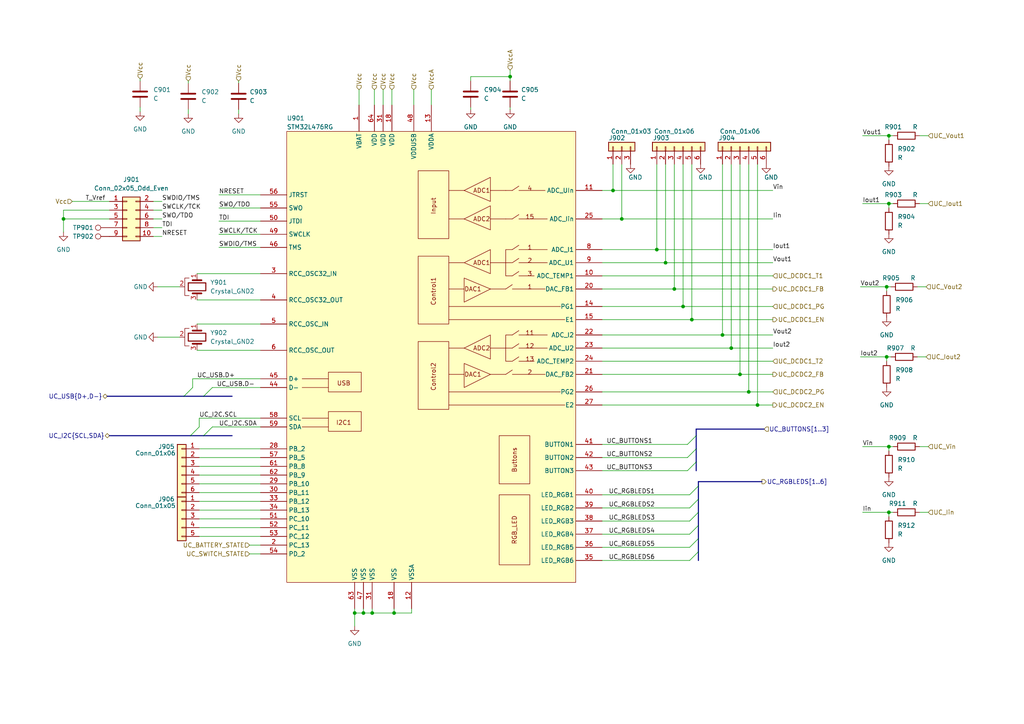
<source format=kicad_sch>
(kicad_sch (version 20211123) (generator eeschema)
  (paper "A4")
  (lib_symbols
    (symbol "Connector:TestPoint" (pin_numbers hide) (pin_names (offset 0.762) hide)
      (property "Reference" "TP" (at 0 6.858 0))
      (property "Value" "TestPoint" (at 0 5.08 0))
      (symbol "TestPoint_0_1"
        (circle (center 0 3.302) (radius 0.762))
      )
      (symbol "TestPoint_1_1"
        (pin passive line (at 0 0 90) (length 2.54) (name "1") (number "1"))
      )
    )
    (symbol "Connector_Generic:Conn_01x03" (pin_names (offset 1.016) hide)
      (property "Reference" "J" (at 0 5.08 0))
      (property "Value" "Conn_01x03" (at 0 -5.08 0))
      (symbol "Conn_01x03_1_1"
        (rectangle (start -1.27 -2.413) (end 0 -2.667) (stroke (width 0.1524)))
        (rectangle (start -1.27 0.127) (end 0 -0.127) (stroke (width 0.1524)))
        (rectangle (start -1.27 2.667) (end 0 2.413) (stroke (width 0.1524)))
        (rectangle (start -1.27 3.81) (end 1.27 -3.81) (stroke (width 0.254)) (fill (type background)))
        (pin passive line (at -5.08 2.54 0) (length 3.81) (name "Pin_1") (number "1"))
        (pin passive line (at -5.08 0 0) (length 3.81) (name "Pin_2") (number "2"))
        (pin passive line (at -5.08 -2.54 0) (length 3.81) (name "Pin_3") (number "3"))
      )
    )
    (symbol "Connector_Generic:Conn_01x05" (pin_names (offset 1.016) hide)
      (property "Reference" "J" (at 0 7.62 0))
      (property "Value" "Conn_01x05" (at 0 -7.62 0))
      (symbol "Conn_01x05_1_1"
        (rectangle (start -1.27 -4.953) (end 0 -5.207) (stroke (width 0.1524)))
        (rectangle (start -1.27 -2.413) (end 0 -2.667) (stroke (width 0.1524)))
        (rectangle (start -1.27 0.127) (end 0 -0.127) (stroke (width 0.1524)))
        (rectangle (start -1.27 2.667) (end 0 2.413) (stroke (width 0.1524)))
        (rectangle (start -1.27 5.207) (end 0 4.953) (stroke (width 0.1524)))
        (rectangle (start -1.27 6.35) (end 1.27 -6.35) (stroke (width 0.254)) (fill (type background)))
        (pin passive line (at -5.08 5.08 0) (length 3.81) (name "Pin_1") (number "1"))
        (pin passive line (at -5.08 2.54 0) (length 3.81) (name "Pin_2") (number "2"))
        (pin passive line (at -5.08 0 0) (length 3.81) (name "Pin_3") (number "3"))
        (pin passive line (at -5.08 -2.54 0) (length 3.81) (name "Pin_4") (number "4"))
        (pin passive line (at -5.08 -5.08 0) (length 3.81) (name "Pin_5") (number "5"))
      )
    )
    (symbol "Connector_Generic:Conn_01x06" (pin_names (offset 1.016) hide)
      (property "Reference" "J" (at 0 7.62 0))
      (property "Value" "Conn_01x06" (at 0 -10.16 0))
      (symbol "Conn_01x06_1_1"
        (rectangle (start -1.27 -7.493) (end 0 -7.747) (stroke (width 0.1524)))
        (rectangle (start -1.27 -4.953) (end 0 -5.207) (stroke (width 0.1524)))
        (rectangle (start -1.27 -2.413) (end 0 -2.667) (stroke (width 0.1524)))
        (rectangle (start -1.27 0.127) (end 0 -0.127) (stroke (width 0.1524)))
        (rectangle (start -1.27 2.667) (end 0 2.413) (stroke (width 0.1524)))
        (rectangle (start -1.27 5.207) (end 0 4.953) (stroke (width 0.1524)))
        (rectangle (start -1.27 6.35) (end 1.27 -8.89) (stroke (width 0.254)) (fill (type background)))
        (pin passive line (at -5.08 5.08 0) (length 3.81) (name "Pin_1") (number "1"))
        (pin passive line (at -5.08 2.54 0) (length 3.81) (name "Pin_2") (number "2"))
        (pin passive line (at -5.08 0 0) (length 3.81) (name "Pin_3") (number "3"))
        (pin passive line (at -5.08 -2.54 0) (length 3.81) (name "Pin_4") (number "4"))
        (pin passive line (at -5.08 -5.08 0) (length 3.81) (name "Pin_5") (number "5"))
        (pin passive line (at -5.08 -7.62 0) (length 3.81) (name "Pin_6") (number "6"))
      )
    )
    (symbol "Connector_Generic:Conn_02x05_Odd_Even" (pin_names (offset 1.016) hide)
      (property "Reference" "J" (at 1.27 7.62 0))
      (property "Value" "Conn_02x05_Odd_Even" (at 1.27 -7.62 0))
      (symbol "Conn_02x05_Odd_Even_1_1"
        (rectangle (start -1.27 -4.953) (end 0 -5.207) (stroke (width 0.1524)))
        (rectangle (start -1.27 -2.413) (end 0 -2.667) (stroke (width 0.1524)))
        (rectangle (start -1.27 0.127) (end 0 -0.127) (stroke (width 0.1524)))
        (rectangle (start -1.27 2.667) (end 0 2.413) (stroke (width 0.1524)))
        (rectangle (start -1.27 5.207) (end 0 4.953) (stroke (width 0.1524)))
        (rectangle (start -1.27 6.35) (end 3.81 -6.35) (stroke (width 0.254)) (fill (type background)))
        (rectangle (start 3.81 -4.953) (end 2.54 -5.207) (stroke (width 0.1524)))
        (rectangle (start 3.81 -2.413) (end 2.54 -2.667) (stroke (width 0.1524)))
        (rectangle (start 3.81 0.127) (end 2.54 -0.127) (stroke (width 0.1524)))
        (rectangle (start 3.81 2.667) (end 2.54 2.413) (stroke (width 0.1524)))
        (rectangle (start 3.81 5.207) (end 2.54 4.953) (stroke (width 0.1524)))
        (pin passive line (at -5.08 5.08 0) (length 3.81) (name "Pin_1") (number "1"))
        (pin passive line (at 7.62 -5.08 180) (length 3.81) (name "Pin_10") (number "10"))
        (pin passive line (at 7.62 5.08 180) (length 3.81) (name "Pin_2") (number "2"))
        (pin passive line (at -5.08 2.54 0) (length 3.81) (name "Pin_3") (number "3"))
        (pin passive line (at 7.62 2.54 180) (length 3.81) (name "Pin_4") (number "4"))
        (pin passive line (at -5.08 0 0) (length 3.81) (name "Pin_5") (number "5"))
        (pin passive line (at 7.62 0 180) (length 3.81) (name "Pin_6") (number "6"))
        (pin passive line (at -5.08 -2.54 0) (length 3.81) (name "Pin_7") (number "7"))
        (pin passive line (at 7.62 -2.54 180) (length 3.81) (name "Pin_8") (number "8"))
        (pin passive line (at -5.08 -5.08 0) (length 3.81) (name "Pin_9") (number "9"))
      )
    )
    (symbol "Device:C" (pin_numbers hide) (pin_names (offset 0.254))
      (property "Reference" "C" (at 0.635 2.54 0))
      (property "Value" "C" (at 0.635 -2.54 0))
      (symbol "C_0_1"
        (polyline (pts (xy -2.032 -0.762) (xy 2.032 -0.762)) (stroke (width 0.508)))
        (polyline (pts (xy -2.032 0.762) (xy 2.032 0.762)) (stroke (width 0.508)))
      )
      (symbol "C_1_1"
        (pin passive line (at 0 3.81 270) (length 2.794) (name "~") (number "1"))
        (pin passive line (at 0 -3.81 90) (length 2.794) (name "~") (number "2"))
      )
    )
    (symbol "Device:Crystal_GND2" (pin_names (offset 1.016) hide)
      (property "Reference" "Y" (at 0 5.715 0))
      (property "Value" "Crystal_GND2" (at 0 3.81 0))
      (symbol "Crystal_GND2_0_1"
        (rectangle (start -1.143 2.54) (end 1.143 -2.54) (stroke (width 0.3048)))
        (polyline (pts (xy -2.54 0) (xy -1.905 0)))
        (polyline (pts (xy -1.905 -1.27) (xy -1.905 1.27)) (stroke (width 0.508)))
        (polyline (pts (xy 0 -3.81) (xy 0 -3.556)))
        (polyline (pts (xy 1.905 0) (xy 2.54 0)))
        (polyline (pts (xy 1.905 1.27) (xy 1.905 -1.27)) (stroke (width 0.508)))
        (polyline (pts (xy -2.54 -2.286) (xy -2.54 -3.556) (xy 2.54 -3.556) (xy 2.54 -2.286)))
      )
      (symbol "Crystal_GND2_1_1"
        (pin passive line (at -3.81 0 0) (length 1.27) (name "1") (number "1"))
        (pin passive line (at 0 -5.08 90) (length 1.27) (name "2") (number "2"))
        (pin passive line (at 3.81 0 180) (length 1.27) (name "3") (number "3"))
      )
    )
    (symbol "Device:R" (pin_numbers hide) (pin_names (offset 0))
      (property "Reference" "R" (at 2.032 0 90))
      (property "Value" "R" (at 0 0 90))
      (symbol "R_0_1"
        (rectangle (start -1.016 -2.54) (end 1.016 2.54) (stroke (width 0.254)))
      )
      (symbol "R_1_1"
        (pin passive line (at 0 3.81 270) (length 1.27) (name "~") (number "1"))
        (pin passive line (at 0 -3.81 90) (length 1.27) (name "~") (number "2"))
      )
    )
    (symbol "lamp_devboard_lib:STM32L476RG"
      (property "Reference" "U" (at -57.15 88.265 0))
      (property "Value" "STM32L476RG" (at -51.435 85.725 0))
      (symbol "STM32L476RG_0_0"
        (rectangle (start -45.72 3.175) (end -36.195 -2.54))
        (rectangle (start -45.72 14.605) (end -36.195 8.89))
        (rectangle (start -10.795 23.495) (end -19.685 3.81))
        (rectangle (start -10.795 48.26) (end -19.685 28.575))
        (rectangle (start -10.795 73.025) (end -19.685 53.34))
        (polyline (pts (xy -53.34 -1.27) (xy -45.72 -1.27)))
        (polyline (pts (xy -53.34 1.27) (xy -45.72 1.27)))
        (polyline (pts (xy -53.34 10.16) (xy -45.72 10.16)))
        (polyline (pts (xy -53.34 12.7) (xy -45.72 12.7)))
        (polyline (pts (xy -6.35 13.97) (xy -10.795 13.97)))
        (polyline (pts (xy -6.35 21.59) (xy -10.795 21.59)))
        (polyline (pts (xy -6.35 38.735) (xy -10.795 38.735)))
        (polyline (pts (xy -6.35 46.355) (xy -10.795 46.355)))
        (polyline (pts (xy -6.35 59.055) (xy -10.795 59.055)))
        (polyline (pts (xy -6.35 67.31) (xy -10.795 67.31)))
        (polyline (pts (xy 5.715 13.97) (xy 1.27 13.97)))
        (polyline (pts (xy 5.715 38.735) (xy 1.27 38.735)))
        (rectangle (start 3.81 -20.955) (end 12.7 -41.275))
        (rectangle (start 3.81 -3.81) (end 12.7 -17.78))
        (text "1" (at 12.7 39.37 0) (effects (font (size 1.27 1.27))))
        (text "1" (at 12.7 50.8 0) (effects (font (size 1.27 1.27))))
        (text "11" (at 12.7 26.035 0) (effects (font (size 1.27 1.27))))
        (text "12" (at 12.7 22.225 0) (effects (font (size 1.27 1.27))))
        (text "13" (at 12.7 18.415 0) (effects (font (size 1.27 1.27))))
        (text "15" (at 12.7 59.69 0) (effects (font (size 1.27 1.27))))
        (text "2" (at 12.7 14.605 0) (effects (font (size 1.27 1.27))))
        (text "2" (at 12.7 46.99 0) (effects (font (size 1.27 1.27))))
        (text "3" (at 12.7 43.18 0) (effects (font (size 1.27 1.27))))
        (text "4" (at 12.7 67.945 0) (effects (font (size 1.27 1.27))))
        (text "ADC1" (at -1.27 46.355 0) (effects (font (size 1.27 1.27))))
        (text "ADC1" (at -1.27 67.31 0) (effects (font (size 1.27 1.27))))
        (text "ADC2" (at -1.27 21.59 0) (effects (font (size 1.27 1.27))))
        (text "ADC2" (at -1.27 59.055 0) (effects (font (size 1.27 1.27))))
        (text "Buttons" (at 8.255 -10.795 900) (effects (font (size 1.27 1.27))))
        (text "Control1" (at -15.24 38.1 900) (effects (font (size 1.27 1.27))))
        (text "Control2" (at -15.24 13.335 900) (effects (font (size 1.27 1.27))))
        (text "DAC1" (at -3.81 13.97 0) (effects (font (size 1.27 1.27))))
        (text "DAC1" (at -3.81 38.735 0) (effects (font (size 1.27 1.27))))
        (text "I2C1" (at -41.275 0 0) (effects (font (size 1.27 1.27))))
        (text "Input" (at -15.24 62.865 900) (effects (font (size 1.27 1.27))))
        (text "RGB_LED" (at 8.255 -31.115 900) (effects (font (size 1.27 1.27))))
        (text "USB" (at -41.275 11.43 0) (effects (font (size 1.27 1.27))))
      )
      (symbol "STM32L476RG_0_1"
        (polyline (pts (xy 5.715 21.59) (xy 1.27 21.59)))
        (polyline (pts (xy 5.715 46.355) (xy 1.27 46.355)))
        (polyline (pts (xy 5.715 59.055) (xy 1.27 59.055)))
        (polyline (pts (xy 5.715 67.31) (xy 1.27 67.31)))
        (polyline (pts (xy 7.62 15.24) (xy 5.715 13.97)))
        (polyline (pts (xy 7.62 40.005) (xy 5.715 38.735)))
        (polyline (pts (xy 9.525 19.05) (xy 7.62 17.78)))
        (polyline (pts (xy 9.525 22.86) (xy 7.62 21.59)))
        (polyline (pts (xy 9.525 26.67) (xy 7.62 25.4)))
        (polyline (pts (xy 9.525 43.815) (xy 7.62 42.545)))
        (polyline (pts (xy 9.525 47.625) (xy 7.62 46.355)))
        (polyline (pts (xy 9.525 51.435) (xy 7.62 50.165)))
        (polyline (pts (xy 9.525 60.325) (xy 7.62 59.055)))
        (polyline (pts (xy 9.525 68.58) (xy 7.62 67.31)))
        (polyline (pts (xy 13.97 17.78) (xy 9.525 17.78)))
        (polyline (pts (xy 13.97 42.545) (xy 9.525 42.545)))
        (polyline (pts (xy 17.145 13.97) (xy 7.62 13.97)))
        (polyline (pts (xy 17.145 38.735) (xy 7.62 38.735)))
        (polyline (pts (xy 17.145 67.31) (xy 9.525 67.31)))
        (polyline (pts (xy 17.78 21.59) (xy 9.525 21.59)))
        (polyline (pts (xy 17.78 25.4) (xy 9.525 25.4)))
        (polyline (pts (xy 17.78 46.355) (xy 9.525 46.355)))
        (polyline (pts (xy 17.78 50.165) (xy 9.525 50.165)))
        (polyline (pts (xy 17.78 59.055) (xy 9.525 59.055)))
        (polyline (pts (xy 21.59 8.89) (xy -10.795 8.89)))
        (polyline (pts (xy 21.59 33.655) (xy -10.795 33.655)))
        (polyline (pts (xy 22.86 5.08) (xy -10.795 5.08)))
        (polyline (pts (xy 22.86 29.845) (xy -10.795 29.845)))
        (polyline (pts (xy -6.35 13.97) (xy -6.35 10.16) (xy 1.27 13.97)))
        (polyline (pts (xy -6.35 13.97) (xy -6.35 17.145) (xy 1.27 13.97)))
        (polyline (pts (xy -6.35 38.735) (xy -6.35 34.925) (xy 1.27 38.735)))
        (polyline (pts (xy -6.35 38.735) (xy -6.35 41.91) (xy 1.27 38.735)))
        (polyline (pts (xy 1.27 21.59) (xy 1.27 18.415) (xy -6.35 21.59)))
        (polyline (pts (xy 1.27 21.59) (xy 1.27 25.4) (xy -6.35 21.59)))
        (polyline (pts (xy 1.27 46.355) (xy 1.27 43.18) (xy -6.35 46.355)))
        (polyline (pts (xy 1.27 46.355) (xy 1.27 50.165) (xy -6.35 46.355)))
        (polyline (pts (xy 1.27 59.055) (xy 1.27 55.88) (xy -6.35 59.055)))
        (polyline (pts (xy 1.27 59.055) (xy 1.27 62.865) (xy -6.35 59.055)))
        (polyline (pts (xy 1.27 67.31) (xy 1.27 64.135) (xy -6.35 67.31)))
        (polyline (pts (xy 1.27 67.31) (xy 1.27 71.12) (xy -6.35 67.31)))
        (polyline (pts (xy 7.62 17.78) (xy 5.715 17.78) (xy 5.715 17.78)))
        (polyline (pts (xy 7.62 21.59) (xy 5.715 21.59) (xy 5.715 17.78)))
        (polyline (pts (xy 7.62 25.4) (xy 5.715 25.4) (xy 5.715 21.59)))
        (polyline (pts (xy 7.62 42.545) (xy 5.715 42.545) (xy 5.715 42.545)))
        (polyline (pts (xy 7.62 46.355) (xy 5.715 46.355) (xy 5.715 42.545)))
        (polyline (pts (xy 7.62 50.165) (xy 5.715 50.165) (xy 5.715 46.355)))
        (polyline (pts (xy 7.62 59.055) (xy 5.715 59.055) (xy 5.715 59.055)))
        (polyline (pts (xy 7.62 67.31) (xy 5.715 67.31) (xy 5.715 67.31)))
      )
      (symbol "STM32L476RG_1_1"
        (rectangle (start -57.785 84.455) (end 26.035 -46.355) (fill (type background)))
        (pin power_in line (at -36.83 92.075 270) (length 7.62) (name "VBAT") (number "1"))
        (pin input line (at 33.655 42.545 180) (length 7.62) (name "ADC_TEMP1") (number "10"))
        (pin input line (at 33.655 67.31 180) (length 7.62) (name "ADC_UIn") (number "11"))
        (pin power_in line (at -21.59 -53.975 90) (length 7.62) (name "VSSA") (number "12"))
        (pin power_in line (at -15.875 92.075 270) (length 7.62) (name "VDDA") (number "13"))
        (pin input line (at 33.655 33.655 180) (length 7.62) (name "PG1") (number "14"))
        (pin output line (at 33.655 29.845 180) (length 7.62) (name "E1") (number "15"))
        (pin power_in line (at -27.305 92.075 270) (length 7.62) (name "VDD") (number "18"))
        (pin power_in line (at -26.67 -53.975 90) (length 7.62) (name "VSS") (number "18"))
        (pin bidirectional line (at -65.405 -35.56 0) (length 7.62) (name "PC_13") (number "2"))
        (pin output line (at 33.655 38.735 180) (length 7.62) (name "DAC_FB1") (number "20"))
        (pin output line (at 33.655 13.97 180) (length 7.62) (name "DAC_FB2") (number "21"))
        (pin input line (at 33.655 25.4 180) (length 7.62) (name "ADC_I2") (number "22"))
        (pin input line (at 33.655 21.59 180) (length 7.62) (name "ADC_U2") (number "23"))
        (pin input line (at 33.655 17.78 180) (length 7.62) (name "ADC_TEMP2") (number "24"))
        (pin input line (at 33.655 59.055 180) (length 7.62) (name "ADC_Iin") (number "25"))
        (pin input line (at 33.655 8.89 180) (length 7.62) (name "PG2") (number "26"))
        (pin output line (at 33.655 5.08 180) (length 7.62) (name "E2") (number "27"))
        (pin bidirectional line (at -65.405 -7.62 0) (length 7.62) (name "PB_2") (number "28"))
        (pin bidirectional line (at -65.405 -17.78 0) (length 7.62) (name "PB_10") (number "29"))
        (pin bidirectional line (at -65.405 43.18 0) (length 7.62) (name "RCC_OSC32_IN") (number "3"))
        (pin bidirectional line (at -65.405 -20.32 0) (length 7.62) (name "PB_11") (number "30"))
        (pin power_in line (at -29.845 92.075 270) (length 7.62) (name "VDD") (number "31"))
        (pin power_in line (at -33.02 -53.975 90) (length 7.62) (name "VSS") (number "31"))
        (pin bidirectional line (at -65.405 -22.86 0) (length 7.62) (name "PB_12") (number "33"))
        (pin bidirectional line (at -65.405 -25.4 0) (length 7.62) (name "PB_13") (number "34"))
        (pin output line (at 33.655 -40.005 180) (length 7.62) (name "LED_RGB6") (number "35"))
        (pin output line (at 33.655 -36.195 180) (length 7.62) (name "LED_RGB5") (number "36"))
        (pin output line (at 33.655 -32.385 180) (length 7.62) (name "LED_RGB4") (number "37"))
        (pin output line (at 33.655 -28.575 180) (length 7.62) (name "LED_RGB3") (number "38"))
        (pin output line (at 33.655 -24.765 180) (length 7.62) (name "LED_RGB2") (number "39"))
        (pin bidirectional line (at -65.405 35.56 0) (length 7.62) (name "RCC_OSC32_OUT") (number "4"))
        (pin output line (at 33.655 -20.955 180) (length 7.62) (name "LED_RGB1") (number "40"))
        (pin input line (at 33.655 -6.35 180) (length 7.62) (name "BUTTON1") (number "41"))
        (pin input line (at 33.655 -10.16 180) (length 7.62) (name "BUTTON2") (number "42"))
        (pin input line (at 33.655 -13.97 180) (length 7.62) (name "BUTTON3") (number "43"))
        (pin bidirectional line (at -65.405 10.16 0) (length 7.62) (name "D-") (number "44"))
        (pin bidirectional line (at -65.405 12.7 0) (length 7.62) (name "D+") (number "45"))
        (pin bidirectional line (at -65.405 50.8 0) (length 7.62) (name "TMS") (number "46"))
        (pin power_in line (at -35.56 -53.975 90) (length 7.62) (name "VSS") (number "47"))
        (pin power_in line (at -20.955 92.075 270) (length 7.62) (name "VDDUSB") (number "48"))
        (pin bidirectional line (at -65.405 54.61 0) (length 7.62) (name "SWCLK") (number "49"))
        (pin bidirectional line (at -65.405 28.575 0) (length 7.62) (name "RCC_OSC_IN") (number "5"))
        (pin bidirectional line (at -65.405 58.42 0) (length 7.62) (name "JTDI") (number "50"))
        (pin bidirectional line (at -65.405 -27.94 0) (length 7.62) (name "PC_10") (number "51"))
        (pin bidirectional line (at -65.405 -30.48 0) (length 7.62) (name "PC_11") (number "52"))
        (pin bidirectional line (at -65.405 -33.02 0) (length 7.62) (name "PC_12") (number "53"))
        (pin bidirectional line (at -65.405 -38.1 0) (length 7.62) (name "PD_2") (number "54"))
        (pin bidirectional line (at -65.405 62.23 0) (length 7.62) (name "SWO") (number "55"))
        (pin bidirectional line (at -65.405 66.04 0) (length 7.62) (name "JTRST") (number "56"))
        (pin bidirectional line (at -65.405 -10.16 0) (length 7.62) (name "PB_5") (number "57"))
        (pin bidirectional line (at -65.405 1.27 0) (length 7.62) (name "SCL") (number "58"))
        (pin bidirectional line (at -65.405 -1.27 0) (length 7.62) (name "SDA") (number "59"))
        (pin bidirectional line (at -65.405 20.955 0) (length 7.62) (name "RCC_OSC_OUT") (number "6"))
        (pin bidirectional line (at -65.405 -12.7 0) (length 7.62) (name "PB_8") (number "61"))
        (pin bidirectional line (at -65.405 -15.24 0) (length 7.62) (name "PB_9") (number "62"))
        (pin power_in line (at -38.1 -53.975 90) (length 7.62) (name "VSS") (number "63"))
        (pin power_in line (at -32.385 92.075 270) (length 7.62) (name "VDD") (number "64"))
        (pin input line (at 33.655 50.165 180) (length 7.62) (name "ADC_I1") (number "8"))
        (pin input line (at 33.655 46.355 180) (length 7.62) (name "ADC_U1") (number "9"))
      )
    )
    (symbol "power:GND" (power) (pin_names (offset 0))
      (property "Value" "GND" (at 0 -3.81 0))
      (symbol "GND_0_1"
        (polyline (pts (xy 0 0) (xy 0 -1.27) (xy 1.27 -1.27) (xy 0 -2.54) (xy -1.27 -1.27) (xy 0 -1.27)))
      )
      (symbol "GND_1_1"
        (pin power_in line (at 0 0 270) (length 0) hide (name "GND") (number "1"))
      )
    )
  )
  (bus_alias "BUTTONS" (members "BUTTONS1" "BUTTONS2" "BUTTONS3"))
  (bus_alias "LED_RGBS" (members "LED_RGBS1" "LED_RGBS2" "LED_RGBS3" "LED_RGBS4" "LED_RGBS5" "LED_RGBS6"))
  (junction (at 257.175 83.185))
  (junction (at 193.04 76.2))
  (junction (at 214.63 108.585))
  (junction (at 200.66 92.71))
  (junction (at 114.3 177.8))
  (junction (at 105.41 177.8))
  (junction (at 257.81 129.54))
  (junction (at 257.81 59.055))
  (junction (at 217.17 113.665))
  (junction (at 198.12 88.9))
  (junction (at 257.81 39.37))
  (junction (at 107.95 177.8))
  (junction (at 209.55 97.155))
  (junction (at 180.34 63.5))
  (junction (at 18.415 63.5))
  (junction (at 257.175 103.505))
  (junction (at 102.87 177.8))
  (junction (at 195.58 83.82))
  (junction (at 219.71 117.475))
  (junction (at 212.09 100.965))
  (junction (at 177.8 55.245))
  (junction (at 257.81 148.59))
  (junction (at 147.955 22.225))
  (junction (at 190.5 72.39))
  (bus_entry (at 202.565 148.59) (size -2.54 2.54))
  (bus_entry (at 59.055 126.365) (size 2.54 -2.54))
  (bus_entry (at 201.93 126.365) (size -2.54 2.54))
  (bus_entry (at 202.565 156.21) (size -2.54 2.54))
  (bus_entry (at 201.93 133.985) (size -2.54 2.54))
  (bus_entry (at 201.93 130.175) (size -2.54 2.54))
  (bus_entry (at 55.245 126.365) (size 2.54 -2.54))
  (bus_entry (at 53.34 114.935) (size 2.54 -2.54))
  (bus_entry (at 202.565 152.4) (size -2.54 2.54))
  (bus_entry (at 202.565 144.78) (size -2.54 2.54))
  (bus_entry (at 202.565 140.97) (size -2.54 2.54))
  (bus_entry (at 59.055 114.935) (size 2.54 -2.54))
  (bus_entry (at 202.565 160.02) (size -2.54 2.54))
  (wire (pts (xy 259.08 129.54) (xy 257.81 129.54)))
  (wire (pts (xy 102.87 177.8) (xy 105.41 177.8)))
  (wire (pts (xy 249.555 103.505) (xy 257.175 103.505)))
  (wire (pts (xy 257.81 39.37) (xy 257.81 40.64)))
  (bus (pts (xy 201.93 126.365) (xy 201.93 124.46)))
  (wire (pts (xy 174.625 151.13) (xy 200.025 151.13)))
  (wire (pts (xy 57.15 86.995) (xy 75.565 86.995)))
  (wire (pts (xy 18.415 60.96) (xy 31.75 60.96)))
  (wire (pts (xy 44.45 58.42) (xy 46.99 58.42)))
  (wire (pts (xy 217.17 113.665) (xy 224.155 113.665)))
  (bus (pts (xy 201.93 124.46) (xy 221.615 124.46)))
  (wire (pts (xy 195.58 47.625) (xy 195.58 83.82)))
  (wire (pts (xy 63.5 71.755) (xy 75.565 71.755)))
  (wire (pts (xy 63.5 56.515) (xy 75.565 56.515)))
  (wire (pts (xy 174.625 143.51) (xy 200.025 143.51)))
  (wire (pts (xy 44.45 68.58) (xy 46.99 68.58)))
  (wire (pts (xy 57.785 121.285) (xy 75.565 121.285)))
  (wire (pts (xy 174.625 154.94) (xy 200.025 154.94)))
  (bus (pts (xy 202.565 140.97) (xy 202.565 139.7)))
  (wire (pts (xy 200.66 92.71) (xy 224.155 92.71)))
  (wire (pts (xy 174.625 162.56) (xy 200.025 162.56)))
  (wire (pts (xy 107.95 177.8) (xy 114.3 177.8)))
  (wire (pts (xy 147.955 22.225) (xy 147.955 23.495)))
  (wire (pts (xy 69.215 23.495) (xy 69.215 24.13)))
  (wire (pts (xy 57.785 140.335) (xy 75.565 140.335)))
  (wire (pts (xy 61.595 123.825) (xy 75.565 123.825)))
  (wire (pts (xy 174.625 92.71) (xy 200.66 92.71)))
  (bus (pts (xy 59.055 114.935) (xy 67.31 114.935)))
  (wire (pts (xy 102.87 177.8) (xy 102.87 176.53)))
  (wire (pts (xy 57.785 155.575) (xy 75.565 155.575)))
  (wire (pts (xy 174.625 80.01) (xy 224.155 80.01)))
  (wire (pts (xy 250.19 39.37) (xy 257.81 39.37)))
  (wire (pts (xy 108.585 26.035) (xy 108.585 30.48)))
  (wire (pts (xy 57.785 150.495) (xy 75.565 150.495)))
  (wire (pts (xy 266.7 148.59) (xy 269.24 148.59)))
  (bus (pts (xy 53.34 114.935) (xy 59.055 114.935)))
  (wire (pts (xy 147.955 20.32) (xy 147.955 22.225)))
  (bus (pts (xy 55.245 126.365) (xy 31.75 126.365)))
  (wire (pts (xy 174.625 104.775) (xy 224.155 104.775)))
  (wire (pts (xy 190.5 47.625) (xy 190.5 72.39)))
  (wire (pts (xy 72.39 158.115) (xy 75.565 158.115)))
  (wire (pts (xy 147.955 31.115) (xy 147.955 31.75)))
  (bus (pts (xy 55.245 126.365) (xy 59.055 126.365)))
  (wire (pts (xy 20.955 58.42) (xy 31.75 58.42)))
  (wire (pts (xy 72.39 160.655) (xy 75.565 160.655)))
  (wire (pts (xy 61.595 112.395) (xy 75.565 112.395)))
  (wire (pts (xy 119.38 177.8) (xy 119.38 176.53)))
  (wire (pts (xy 219.71 47.625) (xy 219.71 117.475)))
  (wire (pts (xy 193.04 47.625) (xy 193.04 76.2)))
  (wire (pts (xy 57.785 121.285) (xy 57.785 123.825)))
  (wire (pts (xy 212.09 100.965) (xy 224.155 100.965)))
  (wire (pts (xy 190.5 72.39) (xy 224.155 72.39)))
  (wire (pts (xy 257.175 83.185) (xy 257.175 84.455)))
  (wire (pts (xy 257.81 129.54) (xy 257.81 130.81)))
  (bus (pts (xy 59.055 126.365) (xy 67.31 126.365)))
  (wire (pts (xy 217.17 47.625) (xy 217.17 113.665)))
  (wire (pts (xy 214.63 108.585) (xy 224.155 108.585)))
  (wire (pts (xy 57.785 137.795) (xy 75.565 137.795)))
  (wire (pts (xy 136.525 31.75) (xy 136.525 31.115)))
  (wire (pts (xy 136.525 22.225) (xy 136.525 23.495)))
  (bus (pts (xy 202.565 156.21) (xy 202.565 152.4)))
  (wire (pts (xy 18.415 63.5) (xy 31.75 63.5)))
  (wire (pts (xy 63.5 60.325) (xy 75.565 60.325)))
  (wire (pts (xy 174.625 76.2) (xy 193.04 76.2)))
  (wire (pts (xy 120.015 26.035) (xy 120.015 30.48)))
  (wire (pts (xy 174.625 100.965) (xy 212.09 100.965)))
  (wire (pts (xy 174.625 132.715) (xy 199.39 132.715)))
  (wire (pts (xy 104.14 26.035) (xy 104.14 30.48)))
  (wire (pts (xy 57.15 79.375) (xy 75.565 79.375)))
  (wire (pts (xy 257.175 103.505) (xy 257.175 104.775)))
  (wire (pts (xy 44.45 60.96) (xy 46.99 60.96)))
  (bus (pts (xy 202.565 148.59) (xy 202.565 144.78)))
  (bus (pts (xy 202.565 162.56) (xy 202.565 160.02)))
  (wire (pts (xy 266.7 59.055) (xy 269.24 59.055)))
  (wire (pts (xy 105.41 177.8) (xy 105.41 176.53)))
  (wire (pts (xy 259.08 59.055) (xy 257.81 59.055)))
  (wire (pts (xy 174.625 88.9) (xy 198.12 88.9)))
  (wire (pts (xy 174.625 117.475) (xy 219.71 117.475)))
  (wire (pts (xy 57.785 135.255) (xy 75.565 135.255)))
  (bus (pts (xy 201.93 133.985) (xy 201.93 130.175)))
  (wire (pts (xy 174.625 108.585) (xy 214.63 108.585)))
  (wire (pts (xy 18.415 67.31) (xy 18.415 63.5)))
  (wire (pts (xy 57.785 132.715) (xy 75.565 132.715)))
  (bus (pts (xy 202.565 152.4) (xy 202.565 148.59)))
  (wire (pts (xy 57.785 145.415) (xy 75.565 145.415)))
  (wire (pts (xy 113.665 26.035) (xy 113.665 30.48)))
  (wire (pts (xy 55.88 112.395) (xy 55.88 109.855)))
  (wire (pts (xy 174.625 113.665) (xy 217.17 113.665)))
  (wire (pts (xy 54.61 23.495) (xy 54.61 24.13)))
  (wire (pts (xy 266.7 129.54) (xy 269.24 129.54)))
  (wire (pts (xy 209.55 97.155) (xy 224.155 97.155)))
  (wire (pts (xy 198.12 88.9) (xy 224.155 88.9)))
  (wire (pts (xy 57.785 142.875) (xy 75.565 142.875)))
  (wire (pts (xy 18.415 60.96) (xy 18.415 63.5)))
  (wire (pts (xy 250.19 59.055) (xy 257.81 59.055)))
  (wire (pts (xy 44.45 63.5) (xy 46.99 63.5)))
  (wire (pts (xy 174.625 55.245) (xy 177.8 55.245)))
  (wire (pts (xy 250.19 129.54) (xy 257.81 129.54)))
  (wire (pts (xy 114.3 177.8) (xy 114.3 176.53)))
  (wire (pts (xy 40.64 22.86) (xy 40.64 23.495)))
  (wire (pts (xy 111.125 26.035) (xy 111.125 30.48)))
  (wire (pts (xy 63.5 67.945) (xy 75.565 67.945)))
  (wire (pts (xy 258.445 83.185) (xy 257.175 83.185)))
  (wire (pts (xy 63.5 64.135) (xy 75.565 64.135)))
  (wire (pts (xy 200.66 47.625) (xy 200.66 92.71)))
  (bus (pts (xy 201.93 136.525) (xy 201.93 133.985)))
  (wire (pts (xy 55.88 109.855) (xy 75.565 109.855)))
  (wire (pts (xy 259.08 148.59) (xy 257.81 148.59)))
  (wire (pts (xy 174.625 97.155) (xy 209.55 97.155)))
  (wire (pts (xy 209.55 47.625) (xy 209.55 97.155)))
  (wire (pts (xy 45.72 83.185) (xy 52.07 83.185)))
  (wire (pts (xy 214.63 47.625) (xy 214.63 108.585)))
  (bus (pts (xy 202.565 160.02) (xy 202.565 156.21)))
  (wire (pts (xy 174.625 63.5) (xy 180.34 63.5)))
  (wire (pts (xy 193.04 76.2) (xy 224.155 76.2)))
  (wire (pts (xy 259.08 39.37) (xy 257.81 39.37)))
  (wire (pts (xy 57.15 101.6) (xy 75.565 101.6)))
  (wire (pts (xy 174.625 158.75) (xy 200.025 158.75)))
  (wire (pts (xy 136.525 22.225) (xy 147.955 22.225)))
  (wire (pts (xy 266.7 39.37) (xy 269.24 39.37)))
  (wire (pts (xy 114.3 177.8) (xy 119.38 177.8)))
  (wire (pts (xy 45.72 97.79) (xy 52.07 97.79)))
  (wire (pts (xy 40.64 31.115) (xy 40.64 32.385)))
  (wire (pts (xy 174.625 72.39) (xy 190.5 72.39)))
  (wire (pts (xy 219.71 117.475) (xy 224.155 117.475)))
  (wire (pts (xy 57.785 153.035) (xy 75.565 153.035)))
  (bus (pts (xy 201.93 130.175) (xy 201.93 126.365)))
  (wire (pts (xy 69.215 31.75) (xy 69.215 33.02)))
  (wire (pts (xy 57.785 147.955) (xy 75.565 147.955)))
  (wire (pts (xy 180.34 47.625) (xy 180.34 63.5)))
  (bus (pts (xy 31.115 114.935) (xy 53.34 114.935)))
  (wire (pts (xy 258.445 103.505) (xy 257.175 103.505)))
  (bus (pts (xy 202.565 139.7) (xy 220.98 139.7)))
  (wire (pts (xy 257.81 59.055) (xy 257.81 60.325)))
  (wire (pts (xy 257.81 148.59) (xy 257.81 149.86)))
  (wire (pts (xy 212.09 47.625) (xy 212.09 100.965)))
  (wire (pts (xy 102.87 181.61) (xy 102.87 177.8)))
  (wire (pts (xy 195.58 83.82) (xy 224.155 83.82)))
  (wire (pts (xy 266.065 103.505) (xy 268.605 103.505)))
  (wire (pts (xy 125.095 26.035) (xy 125.095 30.48)))
  (wire (pts (xy 198.12 47.625) (xy 198.12 88.9)))
  (wire (pts (xy 54.61 31.75) (xy 54.61 33.02)))
  (wire (pts (xy 57.785 130.175) (xy 75.565 130.175)))
  (wire (pts (xy 105.41 177.8) (xy 107.95 177.8)))
  (wire (pts (xy 44.45 66.04) (xy 46.99 66.04)))
  (wire (pts (xy 250.19 148.59) (xy 257.81 148.59)))
  (wire (pts (xy 180.34 63.5) (xy 224.155 63.5)))
  (bus (pts (xy 202.565 144.78) (xy 202.565 140.97)))
  (wire (pts (xy 174.625 147.32) (xy 200.025 147.32)))
  (wire (pts (xy 57.15 93.98) (xy 75.565 93.98)))
  (wire (pts (xy 249.555 83.185) (xy 257.175 83.185)))
  (wire (pts (xy 177.8 55.245) (xy 224.155 55.245)))
  (wire (pts (xy 174.625 83.82) (xy 195.58 83.82)))
  (wire (pts (xy 177.8 47.625) (xy 177.8 55.245)))
  (wire (pts (xy 266.065 83.185) (xy 268.605 83.185)))
  (wire (pts (xy 174.625 128.905) (xy 199.39 128.905)))
  (wire (pts (xy 174.625 136.525) (xy 199.39 136.525)))
  (wire (pts (xy 107.95 177.8) (xy 107.95 176.53)))
  (label "Vin" (at 250.19 129.54 0))
  (label "UC_USB.D-" (at 62.865 112.395 0))
  (label "Iin" (at 250.19 148.59 0))
  (label "T_Vref" (at 24.765 58.42 0))
  (label "TDI" (at 63.5 64.135 0))
  (label "UC_RGBLEDS1" (at 176.53 143.51 0))
  (label "SWCLK{slash}TCK" (at 46.99 60.96 0))
  (label "UC_RGBLEDS4" (at 176.53 154.94 0))
  (label "UC_BUTTONS1" (at 175.895 128.905 0))
  (label "Iout1" (at 224.155 72.39 0))
  (label "UC_BUTTONS3" (at 175.895 136.525 0))
  (label "UC_RGBLEDS5" (at 176.53 158.75 0))
  (label "UC_RGBLEDS3" (at 176.53 151.13 0))
  (label "Iout1" (at 250.19 59.055 0))
  (label "Vout1" (at 250.19 39.37 0))
  (label "NRESET" (at 63.5 56.515 0))
  (label "UC_USB.D+" (at 57.15 109.855 0))
  (label "UC_BUTTONS2" (at 175.895 132.715 0))
  (label "Iin" (at 224.155 63.5 0))
  (label "SWDIO{slash}TMS" (at 63.5 71.755 0))
  (label "UC_I2C.SCL" (at 57.785 121.285 0))
  (label "Vout2" (at 249.555 83.185 0))
  (label "Vout1" (at 224.155 76.2 0))
  (label "Iout2" (at 224.155 100.965 0))
  (label "UC_RGBLEDS6" (at 176.53 162.56 0))
  (label "Vin" (at 224.155 55.245 0))
  (label "NRESET" (at 46.99 68.58 0))
  (label "SWO{slash}TDO" (at 63.5 60.325 0))
  (label "UC_I2C.SDA" (at 63.5 123.825 0))
  (label "SWO{slash}TDO" (at 46.99 63.5 0))
  (label "UC_RGBLEDS2" (at 176.53 147.32 0))
  (label "Iout2" (at 249.555 103.505 0))
  (label "SWCLK{slash}TCK" (at 63.5 67.945 0))
  (label "TDI" (at 46.99 66.04 0))
  (label "Vout2" (at 224.155 97.155 0))
  (label "SWDIO{slash}TMS" (at 46.99 58.42 0))
  (hierarchical_label "UC_DCDC1_EN" (shape output) (at 224.155 92.71 0))
  (hierarchical_label "UC_DCDC1_FB" (shape output) (at 224.155 83.82 0))
  (hierarchical_label "UC_DCDC2_FB" (shape output) (at 224.155 108.585 0))
  (hierarchical_label "Vcc" (shape input) (at 54.61 23.495 90))
  (hierarchical_label "Vcc" (shape input) (at 120.015 26.035 90))
  (hierarchical_label "UC_DCDC1_T2" (shape input) (at 224.155 104.775 0))
  (hierarchical_label "Vcc" (shape input) (at 111.125 26.035 90))
  (hierarchical_label "UC_BUTTONS[1..3]" (shape input) (at 221.615 124.46 0))
  (hierarchical_label "Vcc" (shape input) (at 113.665 26.035 90))
  (hierarchical_label "UC_Iout2" (shape input) (at 268.605 103.505 0))
  (hierarchical_label "UC_USB{D+,D-}" (shape bidirectional) (at 31.115 114.935 180))
  (hierarchical_label "UC_DCDC2_EN" (shape output) (at 224.155 117.475 0))
  (hierarchical_label "UC_BATTERY_STATE" (shape input) (at 72.39 158.115 180))
  (hierarchical_label "UC_Iin" (shape input) (at 269.24 148.59 0))
  (hierarchical_label "UC_DCDC2_PG" (shape input) (at 224.155 113.665 0))
  (hierarchical_label "UC_Vout1" (shape input) (at 269.24 39.37 0))
  (hierarchical_label "Vcc" (shape input) (at 20.955 58.42 180))
  (hierarchical_label "Vcc" (shape input) (at 108.585 26.035 90))
  (hierarchical_label "Vcc" (shape input) (at 69.215 23.495 90))
  (hierarchical_label "UC_I2C{SCL,SDA}" (shape bidirectional) (at 31.75 126.365 180))
  (hierarchical_label "UC_Iout1" (shape input) (at 269.24 59.055 0))
  (hierarchical_label "UC_DCDC1_PG" (shape input) (at 224.155 88.9 0))
  (hierarchical_label "UC_SWITCH_STATE" (shape input) (at 72.39 160.655 180))
  (hierarchical_label "UC_Vin" (shape input) (at 269.24 129.54 0))
  (hierarchical_label "Vcc" (shape input) (at 40.64 22.86 90))
  (hierarchical_label "UC_RGBLEDS[1..6]" (shape output) (at 220.98 139.7 0))
  (hierarchical_label "Vcc" (shape input) (at 104.14 26.035 90))
  (hierarchical_label "UC_DCDC1_T1" (shape input) (at 224.155 80.01 0))
  (hierarchical_label "VccA" (shape input) (at 147.955 20.32 90))
  (hierarchical_label "UC_Vout2" (shape input) (at 268.605 83.185 0))
  (hierarchical_label "VccA" (shape input) (at 125.095 26.035 90))
  (symbol (lib_id "power:GND") (at 257.81 48.26 0) (unit 1)
    (property "Reference" "#PWR0149" (effects hide))
    (property "Value" "GND" (at 257.81 53.34 0))
  )
  (symbol (lib_id "Connector:TestPoint") (at 31.75 66.04 90) (unit 1)
    (property "Reference" "TP901" (at 24.13 66.04 90))
    (property "Value" "TestPoint" (effects hide))
    (property "Footprint" "TestPoint:TestPoint_Pad_1.0x1.0mm" (effects hide))
  )
  (symbol (lib_id "Device:R") (at 262.89 129.54 270) (unit 1)
    (property "Reference" "R909" (at 260.35 127 90))
    (property "Value" "R" (at 265.43 127 90))
    (property "Footprint" "Resistor_SMD:R_0603_1608Metric_Pad0.98x0.95mm_HandSolder" (effects hide))
  )
  (symbol (lib_id "lamp_devboard_lib:STM32L476RG") (at 140.97 122.555 0) (unit 1)
    (property "Reference" "U901" (at 83.185 34.29 0) (effects (justify left)))
    (property "Value" "STM32L476RG" (at 83.185 36.83 0) (effects (justify left)))
    (property "Footprint" "Package_QFP:LQFP-64_10x10mm_P0.5mm" (effects hide))
  )
  (symbol (lib_id "Device:R") (at 262.89 148.59 270) (unit 1)
    (property "Reference" "R911" (at 260.35 146.05 90))
    (property "Value" "R" (at 265.43 146.05 90))
    (property "Footprint" "Resistor_SMD:R_0603_1608Metric_Pad0.98x0.95mm_HandSolder" (effects hide))
  )
  (symbol (lib_id "Connector:TestPoint") (at 31.75 68.58 90) (unit 1)
    (property "Reference" "TP902" (at 24.13 68.58 90))
    (property "Value" "TestPoint" (effects hide))
    (property "Footprint" "TestPoint:TestPoint_Pad_1.0x1.0mm" (effects hide))
  )
  (symbol (lib_id "power:GND") (at 45.72 83.185 270) (unit 1)
    (property "Reference" "#PWR0154" (effects hide))
    (property "Value" "GND" (at 38.735 83.185 90) (effects (justify left)))
  )
  (symbol (lib_id "Device:R") (at 257.81 134.62 0) (unit 1)
    (property "Reference" "R910" (at 260.35 133.3499 0) (effects (justify left)))
    (property "Value" "R" (at 260.35 135.8899 0) (effects (justify left)))
    (property "Footprint" "Resistor_SMD:R_0603_1608Metric_Pad0.98x0.95mm_HandSolder" (effects hide))
  )
  (symbol (lib_id "power:GND") (at 102.87 181.61 0) (unit 1)
    (property "Reference" "#PWR0153" (effects hide))
    (property "Value" "GND" (at 102.87 186.69 0))
  )
  (symbol (lib_id "Connector_Generic:Conn_01x06") (at 195.58 42.545 90) (unit 1)
    (property "Reference" "J903" (at 191.77 40.005 90))
    (property "Value" "Conn_01x06" (at 195.58 38.1 90))
    (property "Footprint" "Connector_PinHeader_2.54mm:PinHeader_1x06_P2.54mm_Vertical" (effects hide))
  )
  (symbol (lib_id "power:GND") (at 257.175 92.075 0) (unit 1)
    (property "Reference" "#PWR0150" (effects hide))
    (property "Value" "GND" (at 257.175 97.155 0))
  )
  (symbol (lib_id "power:GND") (at 257.81 138.43 0) (unit 1)
    (property "Reference" "#PWR0147" (effects hide))
    (property "Value" "GND" (at 257.81 143.51 0))
  )
  (symbol (lib_id "power:GND") (at 69.215 33.02 0) (unit 1)
    (property "Reference" "#PWR0158" (effects hide))
    (property "Value" "GND" (at 69.215 38.1 0))
  )
  (symbol (lib_id "Device:C") (at 54.61 27.94 0) (unit 1)
    (property "Reference" "C902" (at 58.42 26.6699 0) (effects (justify left)))
    (property "Value" "C" (at 58.42 29.2099 0) (effects (justify left)))
    (property "Footprint" "Capacitor_SMD:C_0603_1608Metric_Pad1.08x0.95mm_HandSolder" (effects hide))
  )
  (symbol (lib_id "Device:R") (at 262.89 39.37 270) (unit 1)
    (property "Reference" "R901" (at 259.08 36.83 90))
    (property "Value" "R" (at 265.43 36.83 90))
    (property "Footprint" "Resistor_SMD:R_0603_1608Metric_Pad0.98x0.95mm_HandSolder" (effects hide))
  )
  (symbol (lib_id "Device:C") (at 147.955 27.305 0) (unit 1)
    (property "Reference" "C905" (at 151.13 26.0349 0) (effects (justify left)))
    (property "Value" "C" (at 151.13 28.5749 0) (effects (justify left)))
    (property "Footprint" "Capacitor_SMD:C_0603_1608Metric_Pad1.08x0.95mm_HandSolder" (effects hide))
  )
  (symbol (lib_id "Device:R") (at 262.89 59.055 270) (unit 1)
    (property "Reference" "R903" (at 259.08 56.515 90))
    (property "Value" "R" (at 265.43 56.515 90))
    (property "Footprint" "Resistor_SMD:R_0603_1608Metric_Pad0.98x0.95mm_HandSolder" (effects hide))
  )
  (symbol (lib_id "power:GND") (at 257.175 112.395 0) (unit 1)
    (property "Reference" "#PWR0145" (effects hide))
    (property "Value" "GND" (at 257.175 117.475 0))
  )
  (symbol (lib_id "Device:R") (at 262.255 103.505 270) (unit 1)
    (property "Reference" "R907" (at 259.715 100.965 90))
    (property "Value" "R" (at 264.795 100.965 90))
    (property "Footprint" "Resistor_SMD:R_0603_1608Metric_Pad0.98x0.95mm_HandSolder" (effects hide))
  )
  (symbol (lib_id "Connector_Generic:Conn_01x06") (at 214.63 42.545 90) (unit 1)
    (property "Reference" "J904" (at 210.82 40.005 90))
    (property "Value" "Conn_01x06" (at 214.63 38.1 90))
    (property "Footprint" "Connector_PinHeader_2.54mm:PinHeader_1x06_P2.54mm_Vertical" (effects hide))
  )
  (symbol (lib_id "power:GND") (at 136.525 31.75 0) (unit 1)
    (property "Reference" "#PWR0156" (effects hide))
    (property "Value" "GND" (at 136.525 36.83 0))
  )
  (symbol (lib_id "power:GND") (at 40.64 32.385 0) (unit 1)
    (property "Reference" "#PWR0160" (effects hide))
    (property "Value" "GND" (at 40.64 37.465 0))
  )
  (symbol (lib_id "Device:R") (at 257.175 108.585 0) (unit 1)
    (property "Reference" "R908" (at 259.715 107.3149 0) (effects (justify left)))
    (property "Value" "R" (at 259.715 109.8549 0) (effects (justify left)))
    (property "Footprint" "Resistor_SMD:R_0603_1608Metric_Pad0.98x0.95mm_HandSolder" (effects hide))
  )
  (symbol (lib_id "Connector_Generic:Conn_01x06") (at 52.705 135.255 0) (mirror y) (unit 1)
    (property "Reference" "J905" (at 48.26 129.54 0))
    (property "Value" "Conn_01x06" (at 45.085 131.445 0))
    (property "Footprint" "Connector_PinHeader_2.54mm:PinHeader_1x06_P2.54mm_Vertical" (effects hide))
  )
  (symbol (lib_id "power:GND") (at 203.2 47.625 0) (mirror y) (unit 1)
    (property "Reference" "#PWR0151" (effects hide))
    (property "Value" "GND" (at 202.565 51.435 0) (effects (justify right)))
  )
  (symbol (lib_id "Connector_Generic:Conn_02x05_Odd_Even") (at 36.83 63.5 0) (unit 1)
    (property "Reference" "J901" (at 38.1 52.07 0))
    (property "Value" "Conn_02x05_Odd_Even" (at 38.1 54.61 0))
    (property "Footprint" "Connector_PinSocket_1.27mm:PinSocket_2x05_P1.27mm_Vertical_SMD" (effects hide))
  )
  (symbol (lib_id "Device:R") (at 257.81 64.135 0) (unit 1)
    (property "Reference" "R904" (at 260.35 62.8649 0) (effects (justify left)))
    (property "Value" "R" (at 260.35 65.4049 0) (effects (justify left)))
    (property "Footprint" "Resistor_SMD:R_0603_1608Metric_Pad0.98x0.95mm_HandSolder" (effects hide))
  )
  (symbol (lib_id "power:GND") (at 257.81 67.945 0) (unit 1)
    (property "Reference" "#PWR0148" (effects hide))
    (property "Value" "GND" (at 257.81 73.025 0))
  )
  (symbol (lib_id "Device:C") (at 136.525 27.305 0) (unit 1)
    (property "Reference" "C904" (at 140.335 26.0349 0) (effects (justify left)))
    (property "Value" "C" (at 140.335 28.5749 0) (effects (justify left)))
    (property "Footprint" "Capacitor_SMD:C_0603_1608Metric_Pad1.08x0.95mm_HandSolder" (effects hide))
  )
  (symbol (lib_id "power:GND") (at 182.88 47.625 0) (mirror y) (unit 1)
    (property "Reference" "#PWR0152" (effects hide))
    (property "Value" "GND" (at 182.245 51.435 0) (effects (justify right)))
  )
  (symbol (lib_id "power:GND") (at 257.81 157.48 0) (unit 1)
    (property "Reference" "#PWR0146" (effects hide))
    (property "Value" "GND" (at 257.81 162.56 0))
  )
  (symbol (lib_id "Device:Crystal_GND2") (at 57.15 83.185 270) (unit 1)
    (property "Reference" "Y901" (at 60.96 81.9149 90) (effects (justify left)))
    (property "Value" "Crystal_GND2" (at 60.96 84.4549 90) (effects (justify left)))
    (property "Footprint" "Crystal:Crystal_SMD_3225-4Pin_3.2x2.5mm_HandSoldering" (effects hide))
  )
  (symbol (lib_id "Device:C") (at 40.64 27.305 0) (unit 1)
    (property "Reference" "C901" (at 44.45 26.0349 0) (effects (justify left)))
    (property "Value" "C" (at 44.45 28.5749 0) (effects (justify left)))
    (property "Footprint" "Capacitor_SMD:C_0603_1608Metric_Pad1.08x0.95mm_HandSolder" (effects hide))
  )
  (symbol (lib_id "Device:R") (at 262.255 83.185 270) (unit 1)
    (property "Reference" "R905" (at 258.445 80.645 90))
    (property "Value" "R" (at 264.795 80.645 90))
    (property "Footprint" "Resistor_SMD:R_0603_1608Metric_Pad0.98x0.95mm_HandSolder" (effects hide))
  )
  (symbol (lib_id "Device:R") (at 257.81 153.67 0) (unit 1)
    (property "Reference" "R912" (at 260.35 152.3999 0) (effects (justify left)))
    (property "Value" "R" (at 260.35 154.9399 0) (effects (justify left)))
    (property "Footprint" "Resistor_SMD:R_0603_1608Metric_Pad0.98x0.95mm_HandSolder" (effects hide))
  )
  (symbol (lib_id "Device:C") (at 69.215 27.94 0) (unit 1)
    (property "Reference" "C903" (at 72.39 26.6699 0) (effects (justify left)))
    (property "Value" "C" (at 72.39 29.2099 0) (effects (justify left)))
    (property "Footprint" "Capacitor_SMD:C_0603_1608Metric_Pad1.08x0.95mm_HandSolder" (effects hide))
  )
  (symbol (lib_id "power:GND") (at 45.72 97.79 270) (unit 1)
    (property "Reference" "#PWR0155" (effects hide))
    (property "Value" "GND" (at 38.735 97.79 90) (effects (justify left)))
  )
  (symbol (lib_id "Device:R") (at 257.175 88.265 0) (unit 1)
    (property "Reference" "R906" (at 259.715 86.9949 0) (effects (justify left)))
    (property "Value" "R" (at 259.715 89.5349 0) (effects (justify left)))
    (property "Footprint" "Resistor_SMD:R_0603_1608Metric_Pad0.98x0.95mm_HandSolder" (effects hide))
  )
  (symbol (lib_id "power:GND") (at 222.25 47.625 0) (mirror y) (unit 1)
    (property "Reference" "#PWR0144" (effects hide))
    (property "Value" "GND" (at 221.615 51.435 0) (effects (justify right)))
  )
  (symbol (lib_id "Connector_Generic:Conn_01x05") (at 52.705 150.495 0) (mirror y) (unit 1)
    (property "Reference" "J906" (at 48.26 144.78 0))
    (property "Value" "Conn_01x05" (at 45.085 146.685 0))
    (property "Footprint" "Connector_PinHeader_2.54mm:PinHeader_1x05_P2.54mm_Vertical" (effects hide))
  )
  (symbol (lib_id "Device:Crystal_GND2") (at 57.15 97.79 270) (unit 1)
    (property "Reference" "Y902" (at 60.96 96.5199 90) (effects (justify left)))
    (property "Value" "Crystal_GND2" (at 60.96 99.0599 90) (effects (justify left)))
    (property "Footprint" "Crystal:Crystal_SMD_3225-4Pin_3.2x2.5mm_HandSoldering" (effects hide))
  )
  (symbol (lib_id "Device:R") (at 257.81 44.45 0) (unit 1)
    (property "Reference" "R902" (at 260.35 43.1799 0) (effects (justify left)))
    (property "Value" "R" (at 260.35 45.7199 0) (effects (justify left)))
    (property "Footprint" "Resistor_SMD:R_0603_1608Metric_Pad0.98x0.95mm_HandSolder" (effects hide))
  )
  (symbol (lib_id "Connector_Generic:Conn_01x03") (at 180.34 42.545 90) (unit 1)
    (property "Reference" "J902" (at 176.53 40.005 90) (effects (justify right)))
    (property "Value" "Conn_01x03" (at 177.165 38.1 90) (effects (justify right)))
    (property "Footprint" "Connector_PinHeader_2.54mm:PinHeader_1x04_P2.54mm_Vertical" (effects hide))
  )
  (symbol (lib_id "power:GND") (at 147.955 31.75 0) (unit 1)
    (property "Reference" "#PWR0157" (effects hide))
    (property "Value" "GND" (at 147.955 36.83 0))
  )
  (symbol (lib_id "power:GND") (at 54.61 33.02 0) (unit 1)
    (property "Reference" "#PWR0161" (effects hide))
    (property "Value" "GND" (at 54.61 38.1 0))
  )
  (symbol (lib_id "power:GND") (at 18.415 67.31 0) (unit 1)
    (property "Reference" "#PWR0159" (effects hide))
    (property "Value" "GND" (at 18.415 72.39 0))
  )
)
</source>
